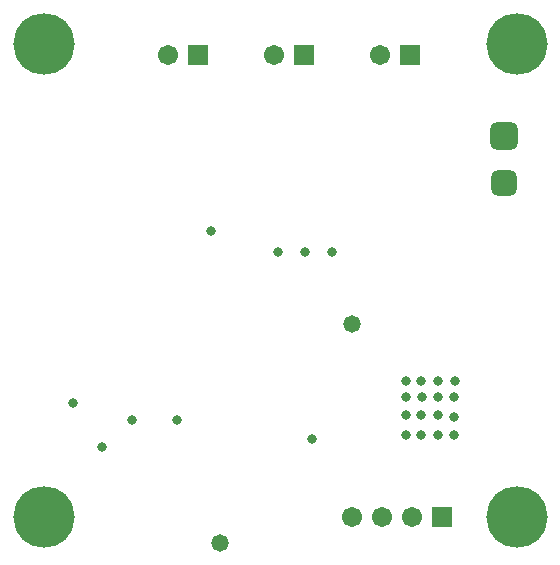
<source format=gbs>
G04*
G04 #@! TF.GenerationSoftware,Altium Limited,Altium Designer,18.1.9 (240)*
G04*
G04 Layer_Color=16711935*
%FSLAX25Y25*%
%MOIN*%
G70*
G01*
G75*
G04:AMPARAMS|DCode=38|XSize=94.61mil|YSize=94.61mil|CornerRadius=25.65mil|HoleSize=0mil|Usage=FLASHONLY|Rotation=270.000|XOffset=0mil|YOffset=0mil|HoleType=Round|Shape=RoundedRectangle|*
%AMROUNDEDRECTD38*
21,1,0.09461,0.04331,0,0,270.0*
21,1,0.04331,0.09461,0,0,270.0*
1,1,0.05131,-0.02165,-0.02165*
1,1,0.05131,-0.02165,0.02165*
1,1,0.05131,0.02165,0.02165*
1,1,0.05131,0.02165,-0.02165*
%
%ADD38ROUNDEDRECTD38*%
G04:AMPARAMS|DCode=39|XSize=86.74mil|YSize=86.74mil|CornerRadius=23.68mil|HoleSize=0mil|Usage=FLASHONLY|Rotation=270.000|XOffset=0mil|YOffset=0mil|HoleType=Round|Shape=RoundedRectangle|*
%AMROUNDEDRECTD39*
21,1,0.08674,0.03937,0,0,270.0*
21,1,0.03937,0.08674,0,0,270.0*
1,1,0.04737,-0.01968,-0.01968*
1,1,0.04737,-0.01968,0.01968*
1,1,0.04737,0.01968,0.01968*
1,1,0.04737,0.01968,-0.01968*
%
%ADD39ROUNDEDRECTD39*%
%ADD40R,0.06706X0.06706*%
%ADD41C,0.06706*%
%ADD42C,0.03200*%
%ADD43C,0.05800*%
%ADD44C,0.20485*%
D38*
X172941Y146500D02*
D03*
D39*
Y130910D02*
D03*
D40*
X152350Y19500D02*
D03*
X141732Y173406D02*
D03*
X106299D02*
D03*
X70866D02*
D03*
D41*
X142350Y19500D02*
D03*
X132350D02*
D03*
X122350D02*
D03*
X131732Y173406D02*
D03*
X96299D02*
D03*
X60866D02*
D03*
D42*
X48945Y52000D02*
D03*
X39000Y43000D02*
D03*
X63945Y52000D02*
D03*
X115791Y108000D02*
D03*
X106791D02*
D03*
X97791D02*
D03*
X75350Y115000D02*
D03*
X108933Y45606D02*
D03*
X156539Y64811D02*
D03*
X140199Y64906D02*
D03*
X145699Y59406D02*
D03*
X151039D02*
D03*
X140177D02*
D03*
X29350Y57500D02*
D03*
X140177Y46906D02*
D03*
X145445D02*
D03*
X150945D02*
D03*
X156445D02*
D03*
Y52906D02*
D03*
X150945Y53406D02*
D03*
X145445D02*
D03*
X140177D02*
D03*
X156445Y59406D02*
D03*
X150945Y64906D02*
D03*
X145445D02*
D03*
D43*
X122350Y84000D02*
D03*
X78445Y10906D02*
D03*
D44*
X19685Y19685D02*
D03*
Y177165D02*
D03*
X177165Y19685D02*
D03*
Y177165D02*
D03*
M02*

</source>
